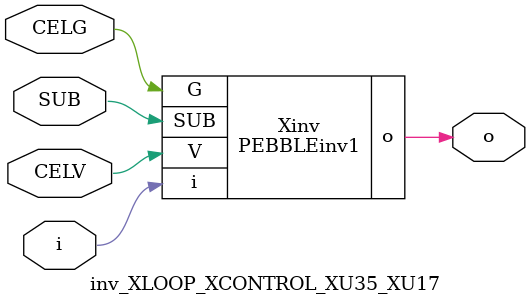
<source format=v>



module PEBBLEinv1 ( o, G, SUB, V, i );

  input V;
  input i;
  input G;
  output o;
  input SUB;
endmodule

//Celera Confidential Do Not Copy inv_XLOOP_XCONTROL_XU35_XU17
//Celera Confidential Symbol Generator
//5V Inverter
module inv_XLOOP_XCONTROL_XU35_XU17 (CELV,CELG,i,o,SUB);
input CELV;
input CELG;
input i;
input SUB;
output o;

//Celera Confidential Do Not Copy inv
PEBBLEinv1 Xinv(
.V (CELV),
.i (i),
.o (o),
.SUB (SUB),
.G (CELG)
);
//,diesize,PEBBLEinv1

//Celera Confidential Do Not Copy Module End
//Celera Schematic Generator
endmodule

</source>
